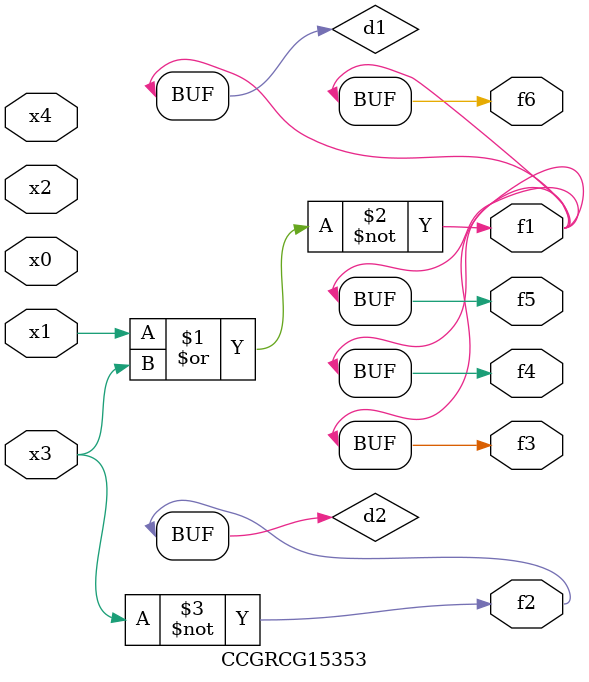
<source format=v>
module CCGRCG15353(
	input x0, x1, x2, x3, x4,
	output f1, f2, f3, f4, f5, f6
);

	wire d1, d2;

	nor (d1, x1, x3);
	not (d2, x3);
	assign f1 = d1;
	assign f2 = d2;
	assign f3 = d1;
	assign f4 = d1;
	assign f5 = d1;
	assign f6 = d1;
endmodule

</source>
